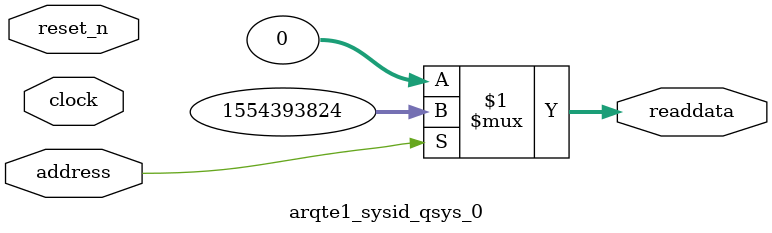
<source format=v>

`timescale 1ns / 1ps
// synthesis translate_on

// turn off superfluous verilog processor warnings 
// altera message_level Level1 
// altera message_off 10034 10035 10036 10037 10230 10240 10030 

module arqte1_sysid_qsys_0 (
               // inputs:
                address,
                clock,
                reset_n,

               // outputs:
                readdata
             )
;

  output  [ 31: 0] readdata;
  input            address;
  input            clock;
  input            reset_n;

  wire    [ 31: 0] readdata;
  //control_slave, which is an e_avalon_slave
  assign readdata = address ? 1554393824 : 0;

endmodule




</source>
